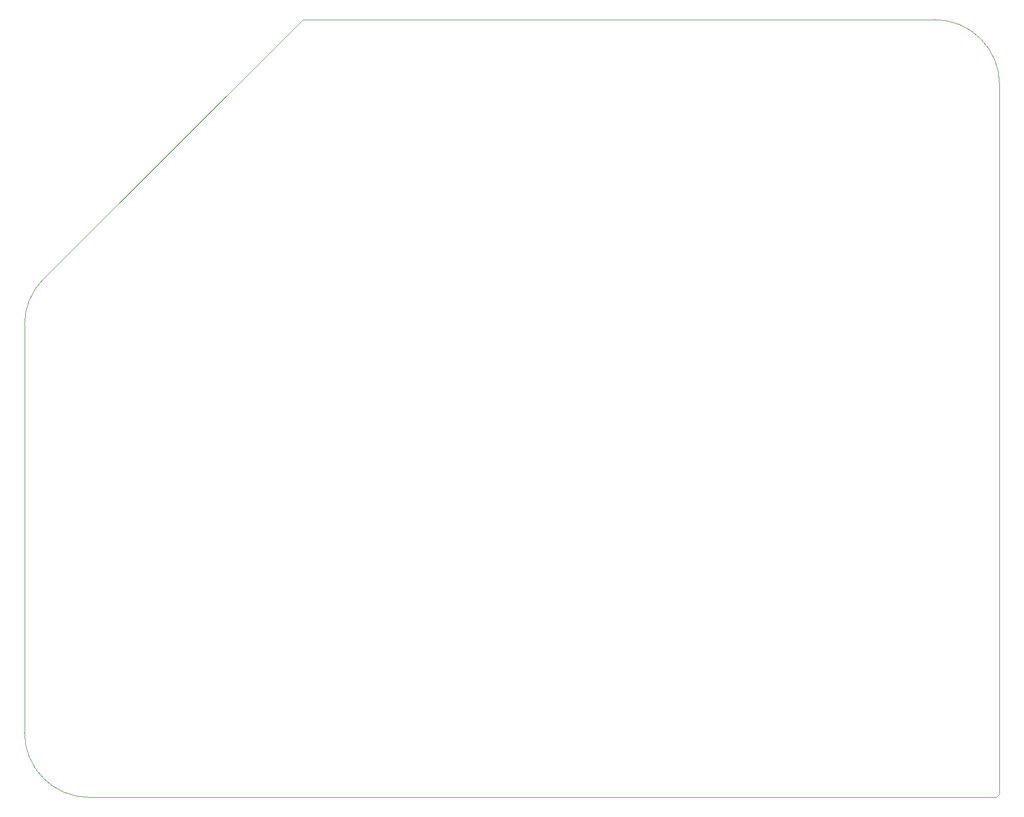
<source format=gbr>
%TF.GenerationSoftware,KiCad,Pcbnew,8.0.3*%
%TF.CreationDate,2024-06-28T23:57:54+05:30*%
%TF.ProjectId,new kicad,6e657720-6b69-4636-9164-2e6b69636164,rev?*%
%TF.SameCoordinates,Original*%
%TF.FileFunction,Profile,NP*%
%FSLAX46Y46*%
G04 Gerber Fmt 4.6, Leading zero omitted, Abs format (unit mm)*
G04 Created by KiCad (PCBNEW 8.0.3) date 2024-06-28 23:57:54*
%MOMM*%
%LPD*%
G01*
G04 APERTURE LIST*
%TA.AperFunction,Profile*%
%ADD10C,0.050000*%
%TD*%
G04 APERTURE END LIST*
D10*
X70000000Y-80142136D02*
G75*
G02*
X72928914Y-73071050I10000000J36D01*
G01*
X112919951Y-33080049D02*
X113000000Y-33000000D01*
X72928932Y-73071068D02*
X112919951Y-33080049D01*
X113000000Y-33000000D02*
X210750000Y-33000000D01*
X220250000Y-153250000D02*
X80000000Y-153250000D01*
X70000000Y-143250000D02*
X70000000Y-80142136D01*
X220750000Y-43000000D02*
X220750000Y-152750000D01*
X220750000Y-152750000D02*
X220250000Y-153250000D01*
X80000000Y-153250000D02*
G75*
G02*
X70000000Y-143250000I0J10000000D01*
G01*
X210750000Y-33000000D02*
G75*
G02*
X220750000Y-43000000I0J-10000000D01*
G01*
M02*

</source>
